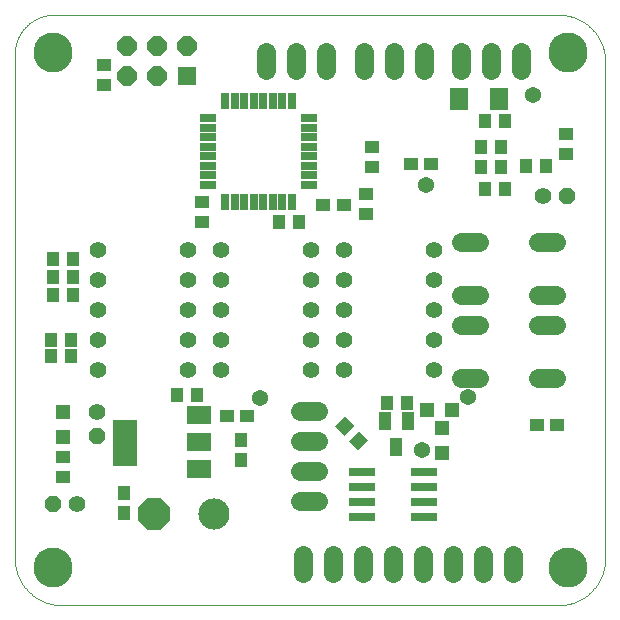
<source format=gts>
G75*
%MOIN*%
%OFA0B0*%
%FSLAX25Y25*%
%IPPOS*%
%LPD*%
%AMOC8*
5,1,8,0,0,1.08239X$1,22.5*
%
%ADD10C,0.00000*%
%ADD11C,0.12998*%
%ADD12R,0.04731X0.04337*%
%ADD13C,0.05600*%
%ADD14R,0.04337X0.04731*%
%ADD15C,0.06400*%
%ADD16R,0.02600X0.05400*%
%ADD17R,0.05400X0.02600*%
%ADD18R,0.08300X0.06300*%
%ADD19R,0.08300X0.15400*%
%ADD20R,0.06400X0.06400*%
%ADD21OC8,0.06400*%
%ADD22OC8,0.05600*%
%ADD23R,0.05124X0.05124*%
%ADD24C,0.10400*%
%ADD25OC8,0.10400*%
%ADD26R,0.04337X0.05912*%
%ADD27R,0.09061X0.02762*%
%ADD28C,0.05400*%
%ADD29R,0.05912X0.07487*%
D10*
X0007977Y0017548D02*
X0007977Y0185550D01*
X0014277Y0186052D02*
X0014279Y0186210D01*
X0014285Y0186368D01*
X0014295Y0186526D01*
X0014309Y0186684D01*
X0014327Y0186841D01*
X0014348Y0186998D01*
X0014374Y0187154D01*
X0014404Y0187310D01*
X0014437Y0187465D01*
X0014475Y0187618D01*
X0014516Y0187771D01*
X0014561Y0187923D01*
X0014610Y0188074D01*
X0014663Y0188223D01*
X0014719Y0188371D01*
X0014779Y0188517D01*
X0014843Y0188662D01*
X0014911Y0188805D01*
X0014982Y0188947D01*
X0015056Y0189087D01*
X0015134Y0189224D01*
X0015216Y0189360D01*
X0015300Y0189494D01*
X0015389Y0189625D01*
X0015480Y0189754D01*
X0015575Y0189881D01*
X0015672Y0190006D01*
X0015773Y0190128D01*
X0015877Y0190247D01*
X0015984Y0190364D01*
X0016094Y0190478D01*
X0016207Y0190589D01*
X0016322Y0190698D01*
X0016440Y0190803D01*
X0016561Y0190905D01*
X0016684Y0191005D01*
X0016810Y0191101D01*
X0016938Y0191194D01*
X0017068Y0191284D01*
X0017201Y0191370D01*
X0017336Y0191454D01*
X0017472Y0191533D01*
X0017611Y0191610D01*
X0017752Y0191682D01*
X0017894Y0191752D01*
X0018038Y0191817D01*
X0018184Y0191879D01*
X0018331Y0191937D01*
X0018480Y0191992D01*
X0018630Y0192043D01*
X0018781Y0192090D01*
X0018933Y0192133D01*
X0019086Y0192172D01*
X0019241Y0192208D01*
X0019396Y0192239D01*
X0019552Y0192267D01*
X0019708Y0192291D01*
X0019865Y0192311D01*
X0020023Y0192327D01*
X0020180Y0192339D01*
X0020339Y0192347D01*
X0020497Y0192351D01*
X0020655Y0192351D01*
X0020813Y0192347D01*
X0020972Y0192339D01*
X0021129Y0192327D01*
X0021287Y0192311D01*
X0021444Y0192291D01*
X0021600Y0192267D01*
X0021756Y0192239D01*
X0021911Y0192208D01*
X0022066Y0192172D01*
X0022219Y0192133D01*
X0022371Y0192090D01*
X0022522Y0192043D01*
X0022672Y0191992D01*
X0022821Y0191937D01*
X0022968Y0191879D01*
X0023114Y0191817D01*
X0023258Y0191752D01*
X0023400Y0191682D01*
X0023541Y0191610D01*
X0023680Y0191533D01*
X0023816Y0191454D01*
X0023951Y0191370D01*
X0024084Y0191284D01*
X0024214Y0191194D01*
X0024342Y0191101D01*
X0024468Y0191005D01*
X0024591Y0190905D01*
X0024712Y0190803D01*
X0024830Y0190698D01*
X0024945Y0190589D01*
X0025058Y0190478D01*
X0025168Y0190364D01*
X0025275Y0190247D01*
X0025379Y0190128D01*
X0025480Y0190006D01*
X0025577Y0189881D01*
X0025672Y0189754D01*
X0025763Y0189625D01*
X0025852Y0189494D01*
X0025936Y0189360D01*
X0026018Y0189224D01*
X0026096Y0189087D01*
X0026170Y0188947D01*
X0026241Y0188805D01*
X0026309Y0188662D01*
X0026373Y0188517D01*
X0026433Y0188371D01*
X0026489Y0188223D01*
X0026542Y0188074D01*
X0026591Y0187923D01*
X0026636Y0187771D01*
X0026677Y0187618D01*
X0026715Y0187465D01*
X0026748Y0187310D01*
X0026778Y0187154D01*
X0026804Y0186998D01*
X0026825Y0186841D01*
X0026843Y0186684D01*
X0026857Y0186526D01*
X0026867Y0186368D01*
X0026873Y0186210D01*
X0026875Y0186052D01*
X0026873Y0185894D01*
X0026867Y0185736D01*
X0026857Y0185578D01*
X0026843Y0185420D01*
X0026825Y0185263D01*
X0026804Y0185106D01*
X0026778Y0184950D01*
X0026748Y0184794D01*
X0026715Y0184639D01*
X0026677Y0184486D01*
X0026636Y0184333D01*
X0026591Y0184181D01*
X0026542Y0184030D01*
X0026489Y0183881D01*
X0026433Y0183733D01*
X0026373Y0183587D01*
X0026309Y0183442D01*
X0026241Y0183299D01*
X0026170Y0183157D01*
X0026096Y0183017D01*
X0026018Y0182880D01*
X0025936Y0182744D01*
X0025852Y0182610D01*
X0025763Y0182479D01*
X0025672Y0182350D01*
X0025577Y0182223D01*
X0025480Y0182098D01*
X0025379Y0181976D01*
X0025275Y0181857D01*
X0025168Y0181740D01*
X0025058Y0181626D01*
X0024945Y0181515D01*
X0024830Y0181406D01*
X0024712Y0181301D01*
X0024591Y0181199D01*
X0024468Y0181099D01*
X0024342Y0181003D01*
X0024214Y0180910D01*
X0024084Y0180820D01*
X0023951Y0180734D01*
X0023816Y0180650D01*
X0023680Y0180571D01*
X0023541Y0180494D01*
X0023400Y0180422D01*
X0023258Y0180352D01*
X0023114Y0180287D01*
X0022968Y0180225D01*
X0022821Y0180167D01*
X0022672Y0180112D01*
X0022522Y0180061D01*
X0022371Y0180014D01*
X0022219Y0179971D01*
X0022066Y0179932D01*
X0021911Y0179896D01*
X0021756Y0179865D01*
X0021600Y0179837D01*
X0021444Y0179813D01*
X0021287Y0179793D01*
X0021129Y0179777D01*
X0020972Y0179765D01*
X0020813Y0179757D01*
X0020655Y0179753D01*
X0020497Y0179753D01*
X0020339Y0179757D01*
X0020180Y0179765D01*
X0020023Y0179777D01*
X0019865Y0179793D01*
X0019708Y0179813D01*
X0019552Y0179837D01*
X0019396Y0179865D01*
X0019241Y0179896D01*
X0019086Y0179932D01*
X0018933Y0179971D01*
X0018781Y0180014D01*
X0018630Y0180061D01*
X0018480Y0180112D01*
X0018331Y0180167D01*
X0018184Y0180225D01*
X0018038Y0180287D01*
X0017894Y0180352D01*
X0017752Y0180422D01*
X0017611Y0180494D01*
X0017472Y0180571D01*
X0017336Y0180650D01*
X0017201Y0180734D01*
X0017068Y0180820D01*
X0016938Y0180910D01*
X0016810Y0181003D01*
X0016684Y0181099D01*
X0016561Y0181199D01*
X0016440Y0181301D01*
X0016322Y0181406D01*
X0016207Y0181515D01*
X0016094Y0181626D01*
X0015984Y0181740D01*
X0015877Y0181857D01*
X0015773Y0181976D01*
X0015672Y0182098D01*
X0015575Y0182223D01*
X0015480Y0182350D01*
X0015389Y0182479D01*
X0015300Y0182610D01*
X0015216Y0182744D01*
X0015134Y0182880D01*
X0015056Y0183017D01*
X0014982Y0183157D01*
X0014911Y0183299D01*
X0014843Y0183442D01*
X0014779Y0183587D01*
X0014719Y0183733D01*
X0014663Y0183881D01*
X0014610Y0184030D01*
X0014561Y0184181D01*
X0014516Y0184333D01*
X0014475Y0184486D01*
X0014437Y0184639D01*
X0014404Y0184794D01*
X0014374Y0184950D01*
X0014348Y0185106D01*
X0014327Y0185263D01*
X0014309Y0185420D01*
X0014295Y0185578D01*
X0014285Y0185736D01*
X0014279Y0185894D01*
X0014277Y0186052D01*
X0007978Y0185550D02*
X0007982Y0185867D01*
X0007993Y0186183D01*
X0008012Y0186499D01*
X0008039Y0186814D01*
X0008074Y0187129D01*
X0008115Y0187443D01*
X0008165Y0187755D01*
X0008222Y0188067D01*
X0008287Y0188377D01*
X0008359Y0188685D01*
X0008438Y0188991D01*
X0008525Y0189296D01*
X0008619Y0189598D01*
X0008721Y0189898D01*
X0008829Y0190195D01*
X0008945Y0190490D01*
X0009068Y0190782D01*
X0009198Y0191070D01*
X0009335Y0191356D01*
X0009479Y0191638D01*
X0009629Y0191916D01*
X0009786Y0192191D01*
X0009950Y0192462D01*
X0010120Y0192729D01*
X0010297Y0192992D01*
X0010480Y0193250D01*
X0010669Y0193504D01*
X0010864Y0193753D01*
X0011065Y0193997D01*
X0011273Y0194237D01*
X0011485Y0194471D01*
X0011704Y0194700D01*
X0011928Y0194924D01*
X0012157Y0195143D01*
X0012391Y0195355D01*
X0012631Y0195563D01*
X0012875Y0195764D01*
X0013124Y0195959D01*
X0013378Y0196148D01*
X0013636Y0196331D01*
X0013899Y0196508D01*
X0014166Y0196678D01*
X0014437Y0196842D01*
X0014712Y0196999D01*
X0014990Y0197149D01*
X0015272Y0197293D01*
X0015558Y0197430D01*
X0015846Y0197560D01*
X0016138Y0197683D01*
X0016433Y0197799D01*
X0016730Y0197907D01*
X0017030Y0198009D01*
X0017332Y0198103D01*
X0017637Y0198190D01*
X0017943Y0198269D01*
X0018251Y0198341D01*
X0018561Y0198406D01*
X0018873Y0198463D01*
X0019185Y0198513D01*
X0019499Y0198554D01*
X0019814Y0198589D01*
X0020129Y0198616D01*
X0020445Y0198635D01*
X0020761Y0198646D01*
X0021078Y0198650D01*
X0189080Y0198650D01*
X0185930Y0186052D02*
X0185932Y0186210D01*
X0185938Y0186368D01*
X0185948Y0186526D01*
X0185962Y0186684D01*
X0185980Y0186841D01*
X0186001Y0186998D01*
X0186027Y0187154D01*
X0186057Y0187310D01*
X0186090Y0187465D01*
X0186128Y0187618D01*
X0186169Y0187771D01*
X0186214Y0187923D01*
X0186263Y0188074D01*
X0186316Y0188223D01*
X0186372Y0188371D01*
X0186432Y0188517D01*
X0186496Y0188662D01*
X0186564Y0188805D01*
X0186635Y0188947D01*
X0186709Y0189087D01*
X0186787Y0189224D01*
X0186869Y0189360D01*
X0186953Y0189494D01*
X0187042Y0189625D01*
X0187133Y0189754D01*
X0187228Y0189881D01*
X0187325Y0190006D01*
X0187426Y0190128D01*
X0187530Y0190247D01*
X0187637Y0190364D01*
X0187747Y0190478D01*
X0187860Y0190589D01*
X0187975Y0190698D01*
X0188093Y0190803D01*
X0188214Y0190905D01*
X0188337Y0191005D01*
X0188463Y0191101D01*
X0188591Y0191194D01*
X0188721Y0191284D01*
X0188854Y0191370D01*
X0188989Y0191454D01*
X0189125Y0191533D01*
X0189264Y0191610D01*
X0189405Y0191682D01*
X0189547Y0191752D01*
X0189691Y0191817D01*
X0189837Y0191879D01*
X0189984Y0191937D01*
X0190133Y0191992D01*
X0190283Y0192043D01*
X0190434Y0192090D01*
X0190586Y0192133D01*
X0190739Y0192172D01*
X0190894Y0192208D01*
X0191049Y0192239D01*
X0191205Y0192267D01*
X0191361Y0192291D01*
X0191518Y0192311D01*
X0191676Y0192327D01*
X0191833Y0192339D01*
X0191992Y0192347D01*
X0192150Y0192351D01*
X0192308Y0192351D01*
X0192466Y0192347D01*
X0192625Y0192339D01*
X0192782Y0192327D01*
X0192940Y0192311D01*
X0193097Y0192291D01*
X0193253Y0192267D01*
X0193409Y0192239D01*
X0193564Y0192208D01*
X0193719Y0192172D01*
X0193872Y0192133D01*
X0194024Y0192090D01*
X0194175Y0192043D01*
X0194325Y0191992D01*
X0194474Y0191937D01*
X0194621Y0191879D01*
X0194767Y0191817D01*
X0194911Y0191752D01*
X0195053Y0191682D01*
X0195194Y0191610D01*
X0195333Y0191533D01*
X0195469Y0191454D01*
X0195604Y0191370D01*
X0195737Y0191284D01*
X0195867Y0191194D01*
X0195995Y0191101D01*
X0196121Y0191005D01*
X0196244Y0190905D01*
X0196365Y0190803D01*
X0196483Y0190698D01*
X0196598Y0190589D01*
X0196711Y0190478D01*
X0196821Y0190364D01*
X0196928Y0190247D01*
X0197032Y0190128D01*
X0197133Y0190006D01*
X0197230Y0189881D01*
X0197325Y0189754D01*
X0197416Y0189625D01*
X0197505Y0189494D01*
X0197589Y0189360D01*
X0197671Y0189224D01*
X0197749Y0189087D01*
X0197823Y0188947D01*
X0197894Y0188805D01*
X0197962Y0188662D01*
X0198026Y0188517D01*
X0198086Y0188371D01*
X0198142Y0188223D01*
X0198195Y0188074D01*
X0198244Y0187923D01*
X0198289Y0187771D01*
X0198330Y0187618D01*
X0198368Y0187465D01*
X0198401Y0187310D01*
X0198431Y0187154D01*
X0198457Y0186998D01*
X0198478Y0186841D01*
X0198496Y0186684D01*
X0198510Y0186526D01*
X0198520Y0186368D01*
X0198526Y0186210D01*
X0198528Y0186052D01*
X0198526Y0185894D01*
X0198520Y0185736D01*
X0198510Y0185578D01*
X0198496Y0185420D01*
X0198478Y0185263D01*
X0198457Y0185106D01*
X0198431Y0184950D01*
X0198401Y0184794D01*
X0198368Y0184639D01*
X0198330Y0184486D01*
X0198289Y0184333D01*
X0198244Y0184181D01*
X0198195Y0184030D01*
X0198142Y0183881D01*
X0198086Y0183733D01*
X0198026Y0183587D01*
X0197962Y0183442D01*
X0197894Y0183299D01*
X0197823Y0183157D01*
X0197749Y0183017D01*
X0197671Y0182880D01*
X0197589Y0182744D01*
X0197505Y0182610D01*
X0197416Y0182479D01*
X0197325Y0182350D01*
X0197230Y0182223D01*
X0197133Y0182098D01*
X0197032Y0181976D01*
X0196928Y0181857D01*
X0196821Y0181740D01*
X0196711Y0181626D01*
X0196598Y0181515D01*
X0196483Y0181406D01*
X0196365Y0181301D01*
X0196244Y0181199D01*
X0196121Y0181099D01*
X0195995Y0181003D01*
X0195867Y0180910D01*
X0195737Y0180820D01*
X0195604Y0180734D01*
X0195469Y0180650D01*
X0195333Y0180571D01*
X0195194Y0180494D01*
X0195053Y0180422D01*
X0194911Y0180352D01*
X0194767Y0180287D01*
X0194621Y0180225D01*
X0194474Y0180167D01*
X0194325Y0180112D01*
X0194175Y0180061D01*
X0194024Y0180014D01*
X0193872Y0179971D01*
X0193719Y0179932D01*
X0193564Y0179896D01*
X0193409Y0179865D01*
X0193253Y0179837D01*
X0193097Y0179813D01*
X0192940Y0179793D01*
X0192782Y0179777D01*
X0192625Y0179765D01*
X0192466Y0179757D01*
X0192308Y0179753D01*
X0192150Y0179753D01*
X0191992Y0179757D01*
X0191833Y0179765D01*
X0191676Y0179777D01*
X0191518Y0179793D01*
X0191361Y0179813D01*
X0191205Y0179837D01*
X0191049Y0179865D01*
X0190894Y0179896D01*
X0190739Y0179932D01*
X0190586Y0179971D01*
X0190434Y0180014D01*
X0190283Y0180061D01*
X0190133Y0180112D01*
X0189984Y0180167D01*
X0189837Y0180225D01*
X0189691Y0180287D01*
X0189547Y0180352D01*
X0189405Y0180422D01*
X0189264Y0180494D01*
X0189125Y0180571D01*
X0188989Y0180650D01*
X0188854Y0180734D01*
X0188721Y0180820D01*
X0188591Y0180910D01*
X0188463Y0181003D01*
X0188337Y0181099D01*
X0188214Y0181199D01*
X0188093Y0181301D01*
X0187975Y0181406D01*
X0187860Y0181515D01*
X0187747Y0181626D01*
X0187637Y0181740D01*
X0187530Y0181857D01*
X0187426Y0181976D01*
X0187325Y0182098D01*
X0187228Y0182223D01*
X0187133Y0182350D01*
X0187042Y0182479D01*
X0186953Y0182610D01*
X0186869Y0182744D01*
X0186787Y0182880D01*
X0186709Y0183017D01*
X0186635Y0183157D01*
X0186564Y0183299D01*
X0186496Y0183442D01*
X0186432Y0183587D01*
X0186372Y0183733D01*
X0186316Y0183881D01*
X0186263Y0184030D01*
X0186214Y0184181D01*
X0186169Y0184333D01*
X0186128Y0184486D01*
X0186090Y0184639D01*
X0186057Y0184794D01*
X0186027Y0184950D01*
X0186001Y0185106D01*
X0185980Y0185263D01*
X0185962Y0185420D01*
X0185948Y0185578D01*
X0185938Y0185736D01*
X0185932Y0185894D01*
X0185930Y0186052D01*
X0189080Y0198650D02*
X0189461Y0198645D01*
X0189841Y0198632D01*
X0190221Y0198609D01*
X0190600Y0198576D01*
X0190978Y0198535D01*
X0191355Y0198485D01*
X0191731Y0198425D01*
X0192106Y0198357D01*
X0192478Y0198279D01*
X0192849Y0198192D01*
X0193217Y0198097D01*
X0193583Y0197992D01*
X0193946Y0197879D01*
X0194307Y0197757D01*
X0194664Y0197627D01*
X0195018Y0197487D01*
X0195369Y0197340D01*
X0195716Y0197183D01*
X0196059Y0197019D01*
X0196398Y0196846D01*
X0196733Y0196665D01*
X0197064Y0196476D01*
X0197389Y0196279D01*
X0197710Y0196075D01*
X0198026Y0195862D01*
X0198336Y0195642D01*
X0198642Y0195415D01*
X0198941Y0195180D01*
X0199235Y0194938D01*
X0199523Y0194690D01*
X0199805Y0194434D01*
X0200080Y0194171D01*
X0200349Y0193902D01*
X0200612Y0193627D01*
X0200868Y0193345D01*
X0201116Y0193057D01*
X0201358Y0192763D01*
X0201593Y0192464D01*
X0201820Y0192158D01*
X0202040Y0191848D01*
X0202253Y0191532D01*
X0202457Y0191211D01*
X0202654Y0190886D01*
X0202843Y0190555D01*
X0203024Y0190220D01*
X0203197Y0189881D01*
X0203361Y0189538D01*
X0203518Y0189191D01*
X0203665Y0188840D01*
X0203805Y0188486D01*
X0203935Y0188129D01*
X0204057Y0187768D01*
X0204170Y0187405D01*
X0204275Y0187039D01*
X0204370Y0186671D01*
X0204457Y0186300D01*
X0204535Y0185928D01*
X0204603Y0185553D01*
X0204663Y0185177D01*
X0204713Y0184800D01*
X0204754Y0184422D01*
X0204787Y0184043D01*
X0204810Y0183663D01*
X0204823Y0183283D01*
X0204828Y0182902D01*
X0204828Y0017548D01*
X0185930Y0014398D02*
X0185932Y0014556D01*
X0185938Y0014714D01*
X0185948Y0014872D01*
X0185962Y0015030D01*
X0185980Y0015187D01*
X0186001Y0015344D01*
X0186027Y0015500D01*
X0186057Y0015656D01*
X0186090Y0015811D01*
X0186128Y0015964D01*
X0186169Y0016117D01*
X0186214Y0016269D01*
X0186263Y0016420D01*
X0186316Y0016569D01*
X0186372Y0016717D01*
X0186432Y0016863D01*
X0186496Y0017008D01*
X0186564Y0017151D01*
X0186635Y0017293D01*
X0186709Y0017433D01*
X0186787Y0017570D01*
X0186869Y0017706D01*
X0186953Y0017840D01*
X0187042Y0017971D01*
X0187133Y0018100D01*
X0187228Y0018227D01*
X0187325Y0018352D01*
X0187426Y0018474D01*
X0187530Y0018593D01*
X0187637Y0018710D01*
X0187747Y0018824D01*
X0187860Y0018935D01*
X0187975Y0019044D01*
X0188093Y0019149D01*
X0188214Y0019251D01*
X0188337Y0019351D01*
X0188463Y0019447D01*
X0188591Y0019540D01*
X0188721Y0019630D01*
X0188854Y0019716D01*
X0188989Y0019800D01*
X0189125Y0019879D01*
X0189264Y0019956D01*
X0189405Y0020028D01*
X0189547Y0020098D01*
X0189691Y0020163D01*
X0189837Y0020225D01*
X0189984Y0020283D01*
X0190133Y0020338D01*
X0190283Y0020389D01*
X0190434Y0020436D01*
X0190586Y0020479D01*
X0190739Y0020518D01*
X0190894Y0020554D01*
X0191049Y0020585D01*
X0191205Y0020613D01*
X0191361Y0020637D01*
X0191518Y0020657D01*
X0191676Y0020673D01*
X0191833Y0020685D01*
X0191992Y0020693D01*
X0192150Y0020697D01*
X0192308Y0020697D01*
X0192466Y0020693D01*
X0192625Y0020685D01*
X0192782Y0020673D01*
X0192940Y0020657D01*
X0193097Y0020637D01*
X0193253Y0020613D01*
X0193409Y0020585D01*
X0193564Y0020554D01*
X0193719Y0020518D01*
X0193872Y0020479D01*
X0194024Y0020436D01*
X0194175Y0020389D01*
X0194325Y0020338D01*
X0194474Y0020283D01*
X0194621Y0020225D01*
X0194767Y0020163D01*
X0194911Y0020098D01*
X0195053Y0020028D01*
X0195194Y0019956D01*
X0195333Y0019879D01*
X0195469Y0019800D01*
X0195604Y0019716D01*
X0195737Y0019630D01*
X0195867Y0019540D01*
X0195995Y0019447D01*
X0196121Y0019351D01*
X0196244Y0019251D01*
X0196365Y0019149D01*
X0196483Y0019044D01*
X0196598Y0018935D01*
X0196711Y0018824D01*
X0196821Y0018710D01*
X0196928Y0018593D01*
X0197032Y0018474D01*
X0197133Y0018352D01*
X0197230Y0018227D01*
X0197325Y0018100D01*
X0197416Y0017971D01*
X0197505Y0017840D01*
X0197589Y0017706D01*
X0197671Y0017570D01*
X0197749Y0017433D01*
X0197823Y0017293D01*
X0197894Y0017151D01*
X0197962Y0017008D01*
X0198026Y0016863D01*
X0198086Y0016717D01*
X0198142Y0016569D01*
X0198195Y0016420D01*
X0198244Y0016269D01*
X0198289Y0016117D01*
X0198330Y0015964D01*
X0198368Y0015811D01*
X0198401Y0015656D01*
X0198431Y0015500D01*
X0198457Y0015344D01*
X0198478Y0015187D01*
X0198496Y0015030D01*
X0198510Y0014872D01*
X0198520Y0014714D01*
X0198526Y0014556D01*
X0198528Y0014398D01*
X0198526Y0014240D01*
X0198520Y0014082D01*
X0198510Y0013924D01*
X0198496Y0013766D01*
X0198478Y0013609D01*
X0198457Y0013452D01*
X0198431Y0013296D01*
X0198401Y0013140D01*
X0198368Y0012985D01*
X0198330Y0012832D01*
X0198289Y0012679D01*
X0198244Y0012527D01*
X0198195Y0012376D01*
X0198142Y0012227D01*
X0198086Y0012079D01*
X0198026Y0011933D01*
X0197962Y0011788D01*
X0197894Y0011645D01*
X0197823Y0011503D01*
X0197749Y0011363D01*
X0197671Y0011226D01*
X0197589Y0011090D01*
X0197505Y0010956D01*
X0197416Y0010825D01*
X0197325Y0010696D01*
X0197230Y0010569D01*
X0197133Y0010444D01*
X0197032Y0010322D01*
X0196928Y0010203D01*
X0196821Y0010086D01*
X0196711Y0009972D01*
X0196598Y0009861D01*
X0196483Y0009752D01*
X0196365Y0009647D01*
X0196244Y0009545D01*
X0196121Y0009445D01*
X0195995Y0009349D01*
X0195867Y0009256D01*
X0195737Y0009166D01*
X0195604Y0009080D01*
X0195469Y0008996D01*
X0195333Y0008917D01*
X0195194Y0008840D01*
X0195053Y0008768D01*
X0194911Y0008698D01*
X0194767Y0008633D01*
X0194621Y0008571D01*
X0194474Y0008513D01*
X0194325Y0008458D01*
X0194175Y0008407D01*
X0194024Y0008360D01*
X0193872Y0008317D01*
X0193719Y0008278D01*
X0193564Y0008242D01*
X0193409Y0008211D01*
X0193253Y0008183D01*
X0193097Y0008159D01*
X0192940Y0008139D01*
X0192782Y0008123D01*
X0192625Y0008111D01*
X0192466Y0008103D01*
X0192308Y0008099D01*
X0192150Y0008099D01*
X0191992Y0008103D01*
X0191833Y0008111D01*
X0191676Y0008123D01*
X0191518Y0008139D01*
X0191361Y0008159D01*
X0191205Y0008183D01*
X0191049Y0008211D01*
X0190894Y0008242D01*
X0190739Y0008278D01*
X0190586Y0008317D01*
X0190434Y0008360D01*
X0190283Y0008407D01*
X0190133Y0008458D01*
X0189984Y0008513D01*
X0189837Y0008571D01*
X0189691Y0008633D01*
X0189547Y0008698D01*
X0189405Y0008768D01*
X0189264Y0008840D01*
X0189125Y0008917D01*
X0188989Y0008996D01*
X0188854Y0009080D01*
X0188721Y0009166D01*
X0188591Y0009256D01*
X0188463Y0009349D01*
X0188337Y0009445D01*
X0188214Y0009545D01*
X0188093Y0009647D01*
X0187975Y0009752D01*
X0187860Y0009861D01*
X0187747Y0009972D01*
X0187637Y0010086D01*
X0187530Y0010203D01*
X0187426Y0010322D01*
X0187325Y0010444D01*
X0187228Y0010569D01*
X0187133Y0010696D01*
X0187042Y0010825D01*
X0186953Y0010956D01*
X0186869Y0011090D01*
X0186787Y0011226D01*
X0186709Y0011363D01*
X0186635Y0011503D01*
X0186564Y0011645D01*
X0186496Y0011788D01*
X0186432Y0011933D01*
X0186372Y0012079D01*
X0186316Y0012227D01*
X0186263Y0012376D01*
X0186214Y0012527D01*
X0186169Y0012679D01*
X0186128Y0012832D01*
X0186090Y0012985D01*
X0186057Y0013140D01*
X0186027Y0013296D01*
X0186001Y0013452D01*
X0185980Y0013609D01*
X0185962Y0013766D01*
X0185948Y0013924D01*
X0185938Y0014082D01*
X0185932Y0014240D01*
X0185930Y0014398D01*
X0189080Y0001800D02*
X0189461Y0001805D01*
X0189841Y0001818D01*
X0190221Y0001841D01*
X0190600Y0001874D01*
X0190978Y0001915D01*
X0191355Y0001965D01*
X0191731Y0002025D01*
X0192106Y0002093D01*
X0192478Y0002171D01*
X0192849Y0002258D01*
X0193217Y0002353D01*
X0193583Y0002458D01*
X0193946Y0002571D01*
X0194307Y0002693D01*
X0194664Y0002823D01*
X0195018Y0002963D01*
X0195369Y0003110D01*
X0195716Y0003267D01*
X0196059Y0003431D01*
X0196398Y0003604D01*
X0196733Y0003785D01*
X0197064Y0003974D01*
X0197389Y0004171D01*
X0197710Y0004375D01*
X0198026Y0004588D01*
X0198336Y0004808D01*
X0198642Y0005035D01*
X0198941Y0005270D01*
X0199235Y0005512D01*
X0199523Y0005760D01*
X0199805Y0006016D01*
X0200080Y0006279D01*
X0200349Y0006548D01*
X0200612Y0006823D01*
X0200868Y0007105D01*
X0201116Y0007393D01*
X0201358Y0007687D01*
X0201593Y0007986D01*
X0201820Y0008292D01*
X0202040Y0008602D01*
X0202253Y0008918D01*
X0202457Y0009239D01*
X0202654Y0009564D01*
X0202843Y0009895D01*
X0203024Y0010230D01*
X0203197Y0010569D01*
X0203361Y0010912D01*
X0203518Y0011259D01*
X0203665Y0011610D01*
X0203805Y0011964D01*
X0203935Y0012321D01*
X0204057Y0012682D01*
X0204170Y0013045D01*
X0204275Y0013411D01*
X0204370Y0013779D01*
X0204457Y0014150D01*
X0204535Y0014522D01*
X0204603Y0014897D01*
X0204663Y0015273D01*
X0204713Y0015650D01*
X0204754Y0016028D01*
X0204787Y0016407D01*
X0204810Y0016787D01*
X0204823Y0017167D01*
X0204828Y0017548D01*
X0189080Y0001800D02*
X0023725Y0001800D01*
X0014277Y0014398D02*
X0014279Y0014556D01*
X0014285Y0014714D01*
X0014295Y0014872D01*
X0014309Y0015030D01*
X0014327Y0015187D01*
X0014348Y0015344D01*
X0014374Y0015500D01*
X0014404Y0015656D01*
X0014437Y0015811D01*
X0014475Y0015964D01*
X0014516Y0016117D01*
X0014561Y0016269D01*
X0014610Y0016420D01*
X0014663Y0016569D01*
X0014719Y0016717D01*
X0014779Y0016863D01*
X0014843Y0017008D01*
X0014911Y0017151D01*
X0014982Y0017293D01*
X0015056Y0017433D01*
X0015134Y0017570D01*
X0015216Y0017706D01*
X0015300Y0017840D01*
X0015389Y0017971D01*
X0015480Y0018100D01*
X0015575Y0018227D01*
X0015672Y0018352D01*
X0015773Y0018474D01*
X0015877Y0018593D01*
X0015984Y0018710D01*
X0016094Y0018824D01*
X0016207Y0018935D01*
X0016322Y0019044D01*
X0016440Y0019149D01*
X0016561Y0019251D01*
X0016684Y0019351D01*
X0016810Y0019447D01*
X0016938Y0019540D01*
X0017068Y0019630D01*
X0017201Y0019716D01*
X0017336Y0019800D01*
X0017472Y0019879D01*
X0017611Y0019956D01*
X0017752Y0020028D01*
X0017894Y0020098D01*
X0018038Y0020163D01*
X0018184Y0020225D01*
X0018331Y0020283D01*
X0018480Y0020338D01*
X0018630Y0020389D01*
X0018781Y0020436D01*
X0018933Y0020479D01*
X0019086Y0020518D01*
X0019241Y0020554D01*
X0019396Y0020585D01*
X0019552Y0020613D01*
X0019708Y0020637D01*
X0019865Y0020657D01*
X0020023Y0020673D01*
X0020180Y0020685D01*
X0020339Y0020693D01*
X0020497Y0020697D01*
X0020655Y0020697D01*
X0020813Y0020693D01*
X0020972Y0020685D01*
X0021129Y0020673D01*
X0021287Y0020657D01*
X0021444Y0020637D01*
X0021600Y0020613D01*
X0021756Y0020585D01*
X0021911Y0020554D01*
X0022066Y0020518D01*
X0022219Y0020479D01*
X0022371Y0020436D01*
X0022522Y0020389D01*
X0022672Y0020338D01*
X0022821Y0020283D01*
X0022968Y0020225D01*
X0023114Y0020163D01*
X0023258Y0020098D01*
X0023400Y0020028D01*
X0023541Y0019956D01*
X0023680Y0019879D01*
X0023816Y0019800D01*
X0023951Y0019716D01*
X0024084Y0019630D01*
X0024214Y0019540D01*
X0024342Y0019447D01*
X0024468Y0019351D01*
X0024591Y0019251D01*
X0024712Y0019149D01*
X0024830Y0019044D01*
X0024945Y0018935D01*
X0025058Y0018824D01*
X0025168Y0018710D01*
X0025275Y0018593D01*
X0025379Y0018474D01*
X0025480Y0018352D01*
X0025577Y0018227D01*
X0025672Y0018100D01*
X0025763Y0017971D01*
X0025852Y0017840D01*
X0025936Y0017706D01*
X0026018Y0017570D01*
X0026096Y0017433D01*
X0026170Y0017293D01*
X0026241Y0017151D01*
X0026309Y0017008D01*
X0026373Y0016863D01*
X0026433Y0016717D01*
X0026489Y0016569D01*
X0026542Y0016420D01*
X0026591Y0016269D01*
X0026636Y0016117D01*
X0026677Y0015964D01*
X0026715Y0015811D01*
X0026748Y0015656D01*
X0026778Y0015500D01*
X0026804Y0015344D01*
X0026825Y0015187D01*
X0026843Y0015030D01*
X0026857Y0014872D01*
X0026867Y0014714D01*
X0026873Y0014556D01*
X0026875Y0014398D01*
X0026873Y0014240D01*
X0026867Y0014082D01*
X0026857Y0013924D01*
X0026843Y0013766D01*
X0026825Y0013609D01*
X0026804Y0013452D01*
X0026778Y0013296D01*
X0026748Y0013140D01*
X0026715Y0012985D01*
X0026677Y0012832D01*
X0026636Y0012679D01*
X0026591Y0012527D01*
X0026542Y0012376D01*
X0026489Y0012227D01*
X0026433Y0012079D01*
X0026373Y0011933D01*
X0026309Y0011788D01*
X0026241Y0011645D01*
X0026170Y0011503D01*
X0026096Y0011363D01*
X0026018Y0011226D01*
X0025936Y0011090D01*
X0025852Y0010956D01*
X0025763Y0010825D01*
X0025672Y0010696D01*
X0025577Y0010569D01*
X0025480Y0010444D01*
X0025379Y0010322D01*
X0025275Y0010203D01*
X0025168Y0010086D01*
X0025058Y0009972D01*
X0024945Y0009861D01*
X0024830Y0009752D01*
X0024712Y0009647D01*
X0024591Y0009545D01*
X0024468Y0009445D01*
X0024342Y0009349D01*
X0024214Y0009256D01*
X0024084Y0009166D01*
X0023951Y0009080D01*
X0023816Y0008996D01*
X0023680Y0008917D01*
X0023541Y0008840D01*
X0023400Y0008768D01*
X0023258Y0008698D01*
X0023114Y0008633D01*
X0022968Y0008571D01*
X0022821Y0008513D01*
X0022672Y0008458D01*
X0022522Y0008407D01*
X0022371Y0008360D01*
X0022219Y0008317D01*
X0022066Y0008278D01*
X0021911Y0008242D01*
X0021756Y0008211D01*
X0021600Y0008183D01*
X0021444Y0008159D01*
X0021287Y0008139D01*
X0021129Y0008123D01*
X0020972Y0008111D01*
X0020813Y0008103D01*
X0020655Y0008099D01*
X0020497Y0008099D01*
X0020339Y0008103D01*
X0020180Y0008111D01*
X0020023Y0008123D01*
X0019865Y0008139D01*
X0019708Y0008159D01*
X0019552Y0008183D01*
X0019396Y0008211D01*
X0019241Y0008242D01*
X0019086Y0008278D01*
X0018933Y0008317D01*
X0018781Y0008360D01*
X0018630Y0008407D01*
X0018480Y0008458D01*
X0018331Y0008513D01*
X0018184Y0008571D01*
X0018038Y0008633D01*
X0017894Y0008698D01*
X0017752Y0008768D01*
X0017611Y0008840D01*
X0017472Y0008917D01*
X0017336Y0008996D01*
X0017201Y0009080D01*
X0017068Y0009166D01*
X0016938Y0009256D01*
X0016810Y0009349D01*
X0016684Y0009445D01*
X0016561Y0009545D01*
X0016440Y0009647D01*
X0016322Y0009752D01*
X0016207Y0009861D01*
X0016094Y0009972D01*
X0015984Y0010086D01*
X0015877Y0010203D01*
X0015773Y0010322D01*
X0015672Y0010444D01*
X0015575Y0010569D01*
X0015480Y0010696D01*
X0015389Y0010825D01*
X0015300Y0010956D01*
X0015216Y0011090D01*
X0015134Y0011226D01*
X0015056Y0011363D01*
X0014982Y0011503D01*
X0014911Y0011645D01*
X0014843Y0011788D01*
X0014779Y0011933D01*
X0014719Y0012079D01*
X0014663Y0012227D01*
X0014610Y0012376D01*
X0014561Y0012527D01*
X0014516Y0012679D01*
X0014475Y0012832D01*
X0014437Y0012985D01*
X0014404Y0013140D01*
X0014374Y0013296D01*
X0014348Y0013452D01*
X0014327Y0013609D01*
X0014309Y0013766D01*
X0014295Y0013924D01*
X0014285Y0014082D01*
X0014279Y0014240D01*
X0014277Y0014398D01*
X0007977Y0017548D02*
X0007982Y0017167D01*
X0007995Y0016787D01*
X0008018Y0016407D01*
X0008051Y0016028D01*
X0008092Y0015650D01*
X0008142Y0015273D01*
X0008202Y0014897D01*
X0008270Y0014522D01*
X0008348Y0014150D01*
X0008435Y0013779D01*
X0008530Y0013411D01*
X0008635Y0013045D01*
X0008748Y0012682D01*
X0008870Y0012321D01*
X0009000Y0011964D01*
X0009140Y0011610D01*
X0009287Y0011259D01*
X0009444Y0010912D01*
X0009608Y0010569D01*
X0009781Y0010230D01*
X0009962Y0009895D01*
X0010151Y0009564D01*
X0010348Y0009239D01*
X0010552Y0008918D01*
X0010765Y0008602D01*
X0010985Y0008292D01*
X0011212Y0007986D01*
X0011447Y0007687D01*
X0011689Y0007393D01*
X0011937Y0007105D01*
X0012193Y0006823D01*
X0012456Y0006548D01*
X0012725Y0006279D01*
X0013000Y0006016D01*
X0013282Y0005760D01*
X0013570Y0005512D01*
X0013864Y0005270D01*
X0014163Y0005035D01*
X0014469Y0004808D01*
X0014779Y0004588D01*
X0015095Y0004375D01*
X0015416Y0004171D01*
X0015741Y0003974D01*
X0016072Y0003785D01*
X0016407Y0003604D01*
X0016746Y0003431D01*
X0017089Y0003267D01*
X0017436Y0003110D01*
X0017787Y0002963D01*
X0018141Y0002823D01*
X0018498Y0002693D01*
X0018859Y0002571D01*
X0019222Y0002458D01*
X0019588Y0002353D01*
X0019956Y0002258D01*
X0020327Y0002171D01*
X0020699Y0002093D01*
X0021074Y0002025D01*
X0021450Y0001965D01*
X0021827Y0001915D01*
X0022205Y0001874D01*
X0022584Y0001841D01*
X0022964Y0001818D01*
X0023344Y0001805D01*
X0023725Y0001800D01*
D11*
X0020576Y0014398D03*
X0192229Y0014398D03*
X0192229Y0186052D03*
X0020576Y0186052D03*
D12*
X0037665Y0182021D03*
X0037665Y0175329D03*
X0070477Y0136084D03*
X0070477Y0129391D03*
X0110881Y0135175D03*
X0117574Y0135175D03*
X0124977Y0132191D03*
X0124977Y0138884D03*
X0127065Y0147729D03*
X0127065Y0154421D03*
X0139893Y0149013D03*
X0146586Y0149013D03*
X0191727Y0152204D03*
X0191727Y0158896D03*
X0188611Y0061925D03*
X0181918Y0061925D03*
X0085361Y0064762D03*
X0078668Y0064762D03*
X0023927Y0051334D03*
X0023927Y0044641D03*
D13*
X0028615Y0035600D03*
X0035365Y0066088D03*
X0035772Y0080225D03*
X0035772Y0090225D03*
X0035772Y0100225D03*
X0035772Y0110225D03*
X0035772Y0120225D03*
X0065772Y0120225D03*
X0065772Y0110225D03*
X0065772Y0100225D03*
X0065772Y0090225D03*
X0065772Y0080225D03*
X0076717Y0080225D03*
X0076717Y0090225D03*
X0076717Y0100225D03*
X0076717Y0110225D03*
X0076717Y0120225D03*
X0106717Y0120225D03*
X0106717Y0110225D03*
X0106717Y0100225D03*
X0106717Y0090225D03*
X0106717Y0080225D03*
X0117662Y0080225D03*
X0117662Y0090225D03*
X0117662Y0100225D03*
X0117662Y0110225D03*
X0117662Y0120225D03*
X0147662Y0120225D03*
X0147662Y0110225D03*
X0147662Y0100225D03*
X0147662Y0090225D03*
X0147662Y0080225D03*
X0183977Y0138050D03*
D14*
X0185074Y0148050D03*
X0178381Y0148050D03*
X0171324Y0140550D03*
X0170024Y0147725D03*
X0170024Y0154413D03*
X0163331Y0154413D03*
X0163331Y0147725D03*
X0164631Y0140550D03*
X0164631Y0163050D03*
X0171324Y0163050D03*
X0102824Y0129587D03*
X0096131Y0129587D03*
X0068824Y0071950D03*
X0062131Y0071950D03*
X0083265Y0056859D03*
X0083265Y0050166D03*
G36*
X0118012Y0064759D02*
X0121078Y0061693D01*
X0117734Y0058349D01*
X0114668Y0061415D01*
X0118012Y0064759D01*
G37*
G36*
X0122745Y0060026D02*
X0125811Y0056960D01*
X0122467Y0053616D01*
X0119401Y0056682D01*
X0122745Y0060026D01*
G37*
X0131893Y0069238D03*
X0138586Y0069238D03*
X0044515Y0039359D03*
X0044515Y0032666D03*
X0026599Y0084788D03*
X0026636Y0090237D03*
X0019943Y0090237D03*
X0019906Y0084788D03*
X0020568Y0105237D03*
X0020568Y0111175D03*
X0020568Y0117112D03*
X0027261Y0117112D03*
X0027261Y0111175D03*
X0027261Y0105237D03*
D15*
X0102927Y0066400D02*
X0108927Y0066400D01*
X0108927Y0056400D02*
X0102927Y0056400D01*
X0102927Y0046400D02*
X0108927Y0046400D01*
X0108927Y0036400D02*
X0102927Y0036400D01*
X0104015Y0018613D02*
X0104015Y0012612D01*
X0114015Y0012612D02*
X0114015Y0018613D01*
X0124015Y0018613D02*
X0124015Y0012612D01*
X0134015Y0012612D02*
X0134015Y0018613D01*
X0144015Y0018613D02*
X0144015Y0012612D01*
X0154015Y0012612D02*
X0154015Y0018613D01*
X0164015Y0018613D02*
X0164015Y0012612D01*
X0174015Y0012612D02*
X0174015Y0018613D01*
X0182226Y0077546D02*
X0188226Y0077546D01*
X0188226Y0095346D02*
X0182226Y0095346D01*
X0182226Y0105105D02*
X0188226Y0105105D01*
X0188226Y0122905D02*
X0182226Y0122905D01*
X0162626Y0122905D02*
X0156626Y0122905D01*
X0156626Y0105105D02*
X0162626Y0105105D01*
X0162626Y0095346D02*
X0156626Y0095346D01*
X0156626Y0077546D02*
X0162626Y0077546D01*
X0166727Y0180050D02*
X0166727Y0186050D01*
X0156727Y0186050D02*
X0156727Y0180050D01*
X0144227Y0180050D02*
X0144227Y0186050D01*
X0134227Y0186050D02*
X0134227Y0180050D01*
X0124227Y0180050D02*
X0124227Y0186050D01*
X0111727Y0186050D02*
X0111727Y0180050D01*
X0101727Y0180050D02*
X0101727Y0186050D01*
X0091727Y0186050D02*
X0091727Y0180050D01*
X0176727Y0180050D02*
X0176727Y0186050D01*
D16*
X0100251Y0169950D03*
X0097101Y0169950D03*
X0093952Y0169950D03*
X0090802Y0169950D03*
X0087652Y0169950D03*
X0084503Y0169950D03*
X0081353Y0169950D03*
X0078204Y0169950D03*
X0078204Y0136150D03*
X0081353Y0136150D03*
X0084503Y0136150D03*
X0087652Y0136150D03*
X0090802Y0136150D03*
X0093952Y0136150D03*
X0097101Y0136150D03*
X0100251Y0136150D03*
D17*
X0106127Y0142026D03*
X0106127Y0145176D03*
X0106127Y0148326D03*
X0106127Y0151475D03*
X0106127Y0154625D03*
X0106127Y0157774D03*
X0106127Y0160924D03*
X0106127Y0164074D03*
X0072327Y0164074D03*
X0072327Y0160924D03*
X0072327Y0157774D03*
X0072327Y0154625D03*
X0072327Y0151475D03*
X0072327Y0148326D03*
X0072327Y0145176D03*
X0072327Y0142026D03*
D18*
X0069415Y0065112D03*
X0069415Y0056112D03*
X0069415Y0047112D03*
D19*
X0044615Y0056012D03*
D20*
X0065477Y0178050D03*
D21*
X0055477Y0178050D03*
X0045477Y0178050D03*
X0045477Y0188050D03*
X0055477Y0188050D03*
X0065477Y0188050D03*
D22*
X0191977Y0138050D03*
X0035365Y0058087D03*
X0020615Y0035600D03*
D23*
X0024115Y0057804D03*
X0024115Y0066071D03*
X0145543Y0066800D03*
X0150427Y0060809D03*
X0153811Y0066800D03*
X0150427Y0052541D03*
D24*
X0074515Y0032262D03*
D25*
X0054515Y0032262D03*
D26*
X0131437Y0063206D03*
X0138917Y0063206D03*
X0135177Y0054544D03*
D27*
X0144338Y0046125D03*
X0144338Y0041125D03*
X0144338Y0036125D03*
X0144338Y0031125D03*
X0123866Y0031125D03*
X0123866Y0036125D03*
X0123866Y0041125D03*
X0123866Y0046125D03*
D28*
X0143827Y0053475D03*
X0158940Y0071350D03*
X0089715Y0070863D03*
X0145127Y0142038D03*
X0180715Y0171775D03*
D29*
X0169533Y0170638D03*
X0156147Y0170638D03*
M02*

</source>
